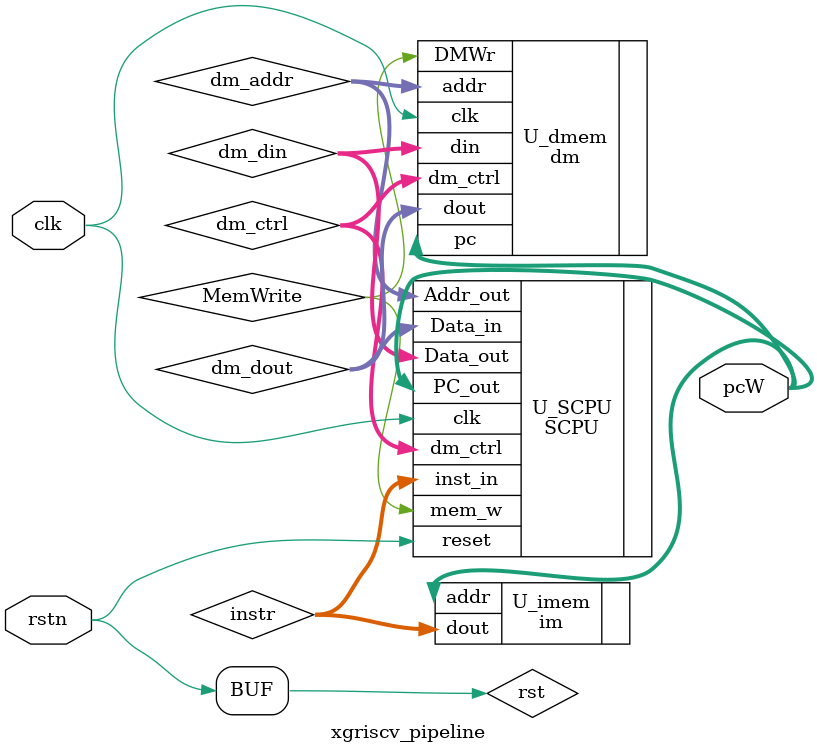
<source format=v>
`include "SCPU.v"
`include "dm.v"
`include "im.v"

module xgriscv_pipeline(clk, rstn, pcW);
   input          clk;
   input          rstn;
   output [31:0] pcW;
   
   wire [31:0]    instr;
   wire           MemWrite;
   wire [31:0]    dm_addr, dm_din, dm_dout;
   wire [2:0] dm_ctrl;
   
   wire rst = rstn;
       
  // instantiation of single-cycle CPU   
   SCPU U_SCPU(
         .clk(clk),                 // input:  cpu clock
         .reset(rst),                 // input:  reset
         .inst_in(instr),             // input:  instruction
         .Data_in(dm_dout),        // input:  data to cpu  
         .mem_w(MemWrite),       // output: memory write signal
         .PC_out(pcW),                   // output: PC
         .Addr_out(dm_addr),          // output: address from cpu to memory
         .Data_out(dm_din),        // output: data from cpu to memory
         .dm_ctrl(dm_ctrl)
      //   .reg_sel(reg_sel),         // input:  register selection
      //   .reg_data(reg_data)        // output: register data
         );
         
  // instantiation of data memory  
   dm    U_dmem(
         .clk(clk),           // input:  cpu clock
         .DMWr(MemWrite),     // input:  ram write
         .addr(dm_addr), // input:  ram address
         .pc(pcW),
         .din(dm_din),        // input:  data to ram
         .dm_ctrl(dm_ctrl),
         .dout(dm_dout)       // output: data from ram
         );

   // always @(*) begin
   //    $display("dm_din = %h", dm_din);
   // end
         
  // instantiation of intruction memory (used for simulation)
   im    U_imem ( 
      .addr(pcW),     // input:  ram address
      .dout(instr)        // output: instruction
   );
        
endmodule
</source>
